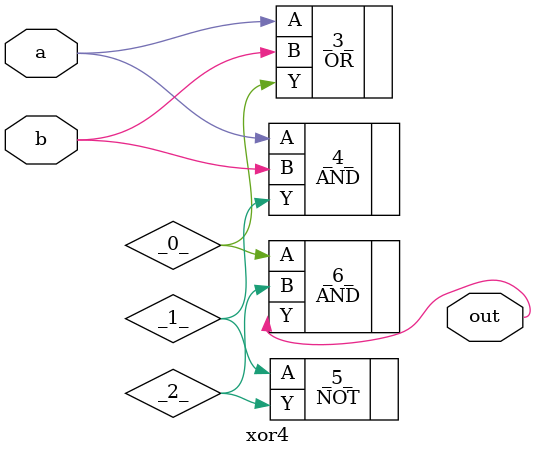
<source format=v>
/* Generated by Yosys 0.41+83 (git sha1 7045cf509, x86_64-w64-mingw32-g++ 13.2.1 -Os) */

/* cells_not_processed =  1  */
/* src = "xor4.v:2.1-16.10" */
module xor4(a, b, out);
  wire _0_;
  wire _1_;
  wire _2_;
  /* src = "xor4.v:3.9-3.10" */
  input a;
  wire a;
  /* src = "xor4.v:4.9-4.10" */
  input b;
  wire b;
  /* src = "xor4.v:5.14-5.17" */
  output out;
  wire out;
  OR _3_ (
    .A(a),
    .B(b),
    .Y(_0_)
  );
  AND _4_ (
    .A(a),
    .B(b),
    .Y(_1_)
  );
  NOT _5_ (
    .A(_1_),
    .Y(_2_)
  );
  AND _6_ (
    .A(_0_),
    .B(_2_),
    .Y(out)
  );
endmodule

</source>
